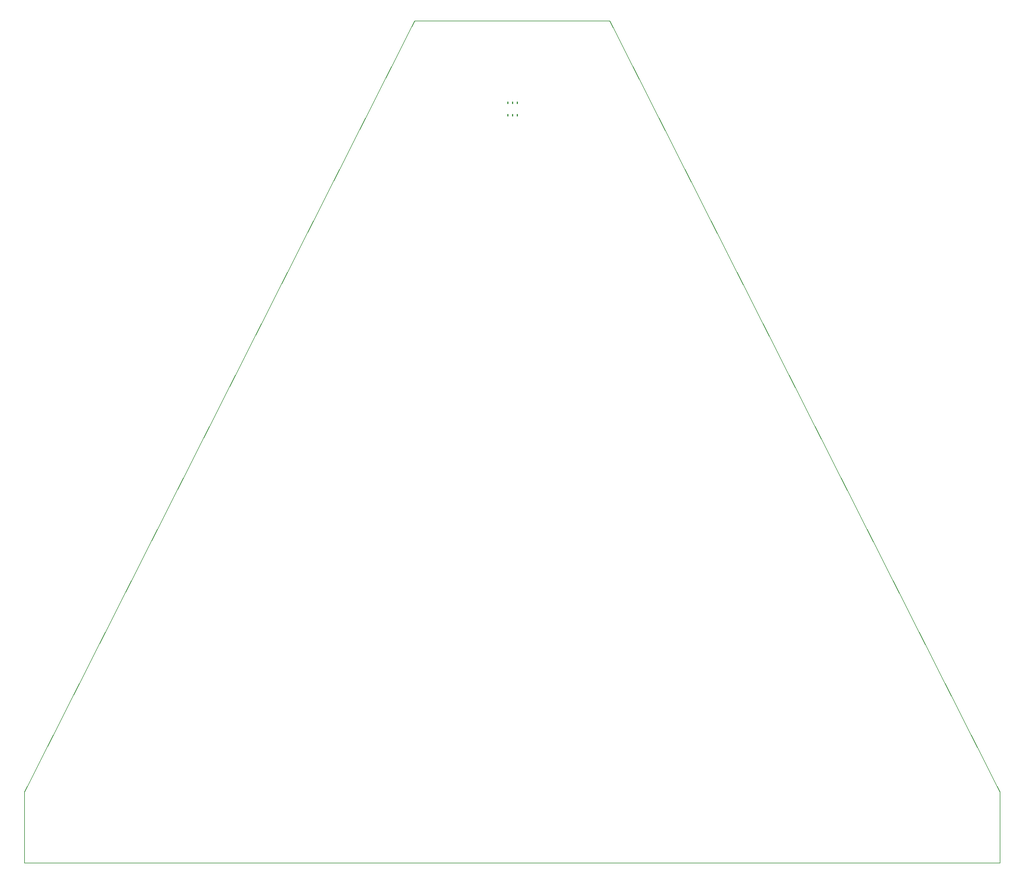
<source format=gtp>
G75*
%MOIN*%
%OFA0B0*%
%FSLAX25Y25*%
%IPPOS*%
%LPD*%
%AMOC8*
5,1,8,0,0,1.08239X$1,22.5*
%
%ADD10C,0.00000*%
%ADD11R,0.00800X0.01600*%
D10*
X0012516Y0011833D02*
X0012516Y0051833D01*
X0232516Y0486833D01*
X0342516Y0486833D01*
X0562516Y0051833D01*
X0562437Y0011833D01*
X0012516Y0011833D01*
D11*
X0285199Y0433633D03*
X0287758Y0433633D03*
X0290317Y0433633D03*
X0290317Y0440523D03*
X0287758Y0440523D03*
X0285199Y0440523D03*
M02*

</source>
